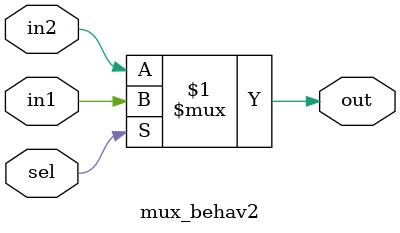
<source format=v>
module mux_behav2(out, in1,in2,sel );  //you list all inputs and outputs, by convention outputs go first
output out;                          // this tells the compile which lines are inputs and outputs 
input in1,in2,sel;

assign out=sel ? in1: in2;
endmodule

</source>
